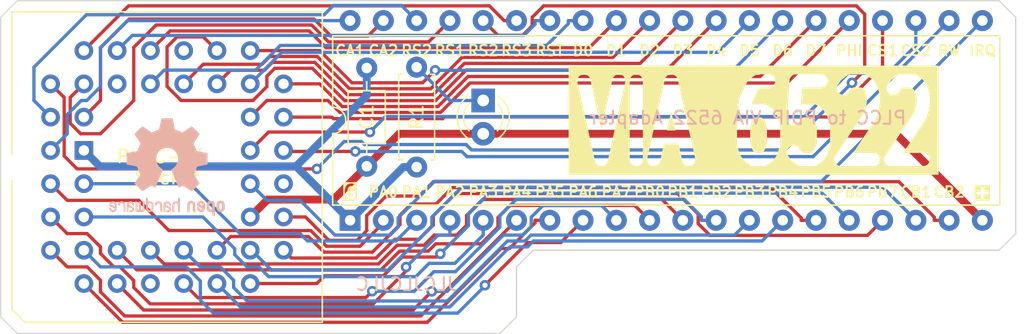
<source format=kicad_pcb>
(kicad_pcb (version 20240108) (generator "pcbnew") (generator_version "8.0")
  (title_block (title "VIA PLCC2DIP") (date "2023-09-17") (rev "1.0") (company "lostwave") (comment 1 "https://github.com/demik/oldworld"))
  (layers (0 "F.Cu" signal) (31 "B.Cu" signal) (34 "B.Paste" user) (35 "F.Paste" user) (36 "B.SilkS" user "B.Silkscreen") (37 "F.SilkS" user "F.Silkscreen") (38 "B.Mask" user) (39 "F.Mask" user) (44 "Edge.Cuts" user))
  (net 0 "")
  (net 1 "GND")
  (net 2 "/PA0")
  (net 3 "/PA1")
  (net 4 "/PA2")
  (net 5 "/PA3")
  (net 6 "/PA4")
  (net 7 "/PA5")
  (net 8 "/PA6")
  (net 9 "/PA7")
  (net 10 "/PB0")
  (net 11 "/PB1")
  (net 12 "/PB2")
  (net 13 "/PB3")
  (net 14 "/PB4")
  (net 15 "/PB5")
  (net 16 "/PB6")
  (net 17 "/PB7")
  (net 18 "/CB1")
  (net 19 "/CB2")
  (net 20 "VCC")
  (net 21 "/~{IRQ}")
  (net 22 "/RW")
  (net 23 "/~{CS2}")
  (net 24 "/CS1")
  (net 25 "/PHI2")
  (net 26 "/D7")
  (net 27 "/D6")
  (net 28 "/D5")
  (net 29 "/D4")
  (net 30 "/D3")
  (net 31 "/D2")
  (net 32 "/D1")
  (net 33 "/D0")
  (net 34 "/~{RESET}")
  (net 35 "/RS3")
  (net 36 "/RS2")
  (net 37 "/RS1")
  (net 38 "/RS0")
  (net 39 "/CA2")
  (net 40 "/CA1")
  (net 45 "Net-(D1-K)")
  (footprint "LED_THT:LED_D3.0mm" (layer "F.Cu") (at 90.17 76.2 -90)
    (property "Reference" "D1" (hide yes))
    (property "Value" "LED")
    (pad "1" thru_hole rect (at 0 0 270) (size 1.8 1.8) (drill 0.9) (layers "*.Cu" "*.Mask") (net 45 "Net-(D1-K)"))
    (pad "2" thru_hole circle (at 2.54 0 270) (size 1.8 1.8) (drill 0.9) (layers "*.Cu" "*.Mask") (net 20 "VCC"))
  )
  (footprint "Capacitor_THT:C_Axial_L3.8mm_D2.6mm_P7.50mm_Horizontal" (layer "F.Cu") (at 81.28 81.22 90)
    (property "Reference" "C1" (at 3.75 0 90) (layer "F.SilkS"))
    (property "Value" "C")
    (pad "1" thru_hole circle (at 0 0 90) (size 1.6 1.6) (drill 0.8) (layers "*.Cu" "*.Mask") (net 20 "VCC"))
    (pad "2" thru_hole oval (at 7.5 0 90) (size 1.6 1.6) (drill 0.8) (layers "*.Cu" "*.Mask") (net 1 "GND"))
  )
  (footprint "Package_LCC:PLCC-44_THT-Socket" (layer "F.Cu") (at 59.69 80.01 90)
    (property "Reference" "U2" (hide yes))
    (property "Value" "WD65C22")
    (pad "1" thru_hole rect (at 0 0 90) (size 1.4224 1.4224) (drill 0.8) (layers "*.Cu" "*.Mask") (net 1 "GND"))
    (pad "2" thru_hole circle (at -2.54 -2.54 90) (size 1.4224 1.4224) (drill 0.8) (layers "*.Cu" "*.Mask") (net 2 "/PA0"))
    (pad "3" thru_hole circle (at -2.54 0 90) (size 1.4224 1.4224) (drill 0.8) (layers "*.Cu" "*.Mask") (net 3 "/PA1"))
    (pad "4" thru_hole circle (at -5.08 -2.54 90) (size 1.4224 1.4224) (drill 0.8) (layers "*.Cu" "*.Mask") (net 4 "/PA2"))
    (pad "5" thru_hole circle (at -5.08 0 90) (size 1.4224 1.4224) (drill 0.8) (layers "*.Cu" "*.Mask") (net 5 "/PA3"))
    (pad "6" thru_hole circle (at -7.62 -2.54 90) (size 1.4224 1.4224) (drill 0.8) (layers "*.Cu" "*.Mask") (net 6 "/PA4"))
    (pad "7" thru_hole circle (at -10.16 0 90) (size 1.4224 1.4224) (drill 0.8) (layers "*.Cu" "*.Mask") (net 7 "/PA5"))
    (pad "8" thru_hole circle (at -7.62 0 90) (size 1.4224 1.4224) (drill 0.8) (layers "*.Cu" "*.Mask") (net 8 "/PA6"))
    (pad "9" thru_hole circle (at -10.16 2.54 90) (size 1.4224 1.4224) (drill 0.8) (layers "*.Cu" "*.Mask") (net 9 "/PA7"))
    (pad "10" thru_hole circle (at -7.62 2.54 90) (size 1.4224 1.4224) (drill 0.8) (layers "*.Cu" "*.Mask") (net 10 "/PB0"))
    (pad "11" thru_hole circle (at -10.16 5.08 90) (size 1.4224 1.4224) (drill 0.8) (layers "*.Cu" "*.Mask"))
    (pad "12" thru_hole circle (at -7.62 5.08 90) (size 1.4224 1.4224) (drill 0.8) (layers "*.Cu" "*.Mask") (net 11 "/PB1"))
    (pad "13" thru_hole circle (at -10.16 7.62 90) (size 1.4224 1.4224) (drill 0.8) (layers "*.Cu" "*.Mask") (net 12 "/PB2"))
    (pad "14" thru_hole circle (at -7.62 7.62 90) (size 1.4224 1.4224) (drill 0.8) (layers "*.Cu" "*.Mask") (net 13 "/PB3"))
    (pad "15" thru_hole circle (at -10.16 10.16 90) (size 1.4224 1.4224) (drill 0.8) (layers "*.Cu" "*.Mask") (net 14 "/PB4"))
    (pad "16" thru_hole circle (at -7.62 10.16 90) (size 1.4224 1.4224) (drill 0.8) (layers "*.Cu" "*.Mask") (net 15 "/PB5"))
    (pad "17" thru_hole circle (at -10.16 12.7 90) (size 1.4224 1.4224) (drill 0.8) (layers "*.Cu" "*.Mask") (net 16 "/PB6"))
    (pad "18" thru_hole circle (at -7.62 15.24 90) (size 1.4224 1.4224) (drill 0.8) (layers "*.Cu" "*.Mask") (net 17 "/PB7"))
    (pad "19" thru_hole circle (at -7.62 12.7 90) (size 1.4224 1.4224) (drill 0.8) (layers "*.Cu" "*.Mask") (net 18 "/CB1"))
    (pad "20" thru_hole circle (at -5.08 15.24 90) (size 1.4224 1.4224) (drill 0.8) (layers "*.Cu" "*.Mask") (net 19 "/CB2"))
    (pad "21" thru_hole circle (at -5.08 12.7 90) (size 1.4224 1.4224) (drill 0.8) (layers "*.Cu" "*.Mask") (net 20 "VCC"))
    (pad "22" thru_hole circle (at -2.54 15.24 90) (size 1.4224 1.4224) (drill 0.8) (layers "*.Cu" "*.Mask"))
    (pad "23" thru_hole circle (at -2.54 12.7 90) (size 1.4224 1.4224) (drill 0.8) (layers "*.Cu" "*.Mask") (net 21 "/~{IRQ}"))
    (pad "24" thru_hole circle (at 0 15.24 90) (size 1.4224 1.4224) (drill 0.8) (layers "*.Cu" "*.Mask") (net 22 "/RW"))
    (pad "25" thru_hole circle (at 0 12.7 90) (size 1.4224 1.4224) (drill 0.8) (layers "*.Cu" "*.Mask") (net 23 "/~{CS2}"))
    (pad "26" thru_hole circle (at 2.54 15.24 90) (size 1.4224 1.4224) (drill 0.8) (layers "*.Cu" "*.Mask") (net 24 "/CS1"))
    (pad "27" thru_hole circle (at 2.54 12.7 90) (size 1.4224 1.4224) (drill 0.8) (layers "*.Cu" "*.Mask") (net 25 "/PHI2"))
    (pad "28" thru_hole circle (at 5.08 15.24 90) (size 1.4224 1.4224) (drill 0.8) (layers "*.Cu" "*.Mask") (net 26 "/D7"))
    (pad "29" thru_hole circle (at 7.62 12.7 90) (size 1.4224 1.4224) (drill 0.8) (layers "*.Cu" "*.Mask") (net 27 "/D6"))
    (pad "30" thru_hole circle (at 5.08 12.7 90) (size 1.4224 1.4224) (drill 0.8) (layers "*.Cu" "*.Mask") (net 28 "/D5"))
    (pad "31" thru_hole circle (at 7.62 10.16 90) (size 1.4224 1.4224) (drill 0.8) (layers "*.Cu" "*.Mask") (net 29 "/D4"))
    (pad "32" thru_hole circle (at 5.08 10.16 90) (size 1.4224 1.4224) (drill 0.8) (layers "*.Cu" "*.Mask") (net 30 "/D3"))
    (pad "33" thru_hole circle (at 7.62 7.62 90) (size 1.4224 1.4224) (drill 0.8) (layers "*.Cu" "*.Mask"))
    (pad "34" thru_hole circle (at 5.08 7.62 90) (size 1.4224 1.4224) (drill 0.8) (layers "*.Cu" "*.Mask") (net 31 "/D2"))
    (pad "35" thru_hole circle (at 7.62 5.08 90) (size 1.4224 1.4224) (drill 0.8) (layers "*.Cu" "*.Mask") (net 32 "/D1"))
    (pad "36" thru_hole circle (at 5.08 5.08 90) (size 1.4224 1.4224) (drill 0.8) (layers "*.Cu" "*.Mask") (net 33 "/D0"))
    (pad "37" thru_hole circle (at 7.62 2.54 90) (size 1.4224 1.4224) (drill 0.8) (layers "*.Cu" "*.Mask") (net 34 "/~{RESET}"))
    (pad "38" thru_hole circle (at 5.08 2.54 90) (size 1.4224 1.4224) (drill 0.8) (layers "*.Cu" "*.Mask"))
    (pad "39" thru_hole circle (at 7.62 0 90) (size 1.4224 1.4224) (drill 0.8) (layers "*.Cu" "*.Mask") (net 35 "/RS3"))
    (pad "40" thru_hole circle (at 5.08 -2.54 90) (size 1.4224 1.4224) (drill 0.8) (layers "*.Cu" "*.Mask") (net 36 "/RS2"))
    (pad "41" thru_hole circle (at 5.08 0 90) (size 1.4224 1.4224) (drill 0.8) (layers "*.Cu" "*.Mask") (net 37 "/RS1"))
    (pad "42" thru_hole circle (at 2.54 -2.54 90) (size 1.4224 1.4224) (drill 0.8) (layers "*.Cu" "*.Mask") (net 38 "/RS0"))
    (pad "43" thru_hole circle (at 2.54 0 90) (size 1.4224 1.4224) (drill 0.8) (layers "*.Cu" "*.Mask") (net 39 "/CA2"))
    (pad "44" thru_hole circle (at 0 -2.54 90) (size 1.4224 1.4224) (drill 0.8) (layers "*.Cu" "*.Mask") (net 40 "/CA1"))
  )
  (footprint "Package_DIP:DIP-40_W15.24mm" (layer "F.Cu") (at 80.01 85.344 90)
    (property "Reference" "U1" (hide yes))
    (property "Value" "WD65C22")
    (pad "1" thru_hole rect (at 0 0 90) (size 1.6 1.6) (drill 0.8) (layers "*.Cu" "*.Mask") (net 1 "GND"))
    (pad "2" thru_hole oval (at 0 2.54 90) (size 1.6 1.6) (drill 0.8) (layers "*.Cu" "*.Mask") (net 2 "/PA0"))
    (pad "3" thru_hole oval (at 0 5.08 90) (size 1.6 1.6) (drill 0.8) (layers "*.Cu" "*.Mask") (net 3 "/PA1"))
    (pad "4" thru_hole oval (at 0 7.62 90) (size 1.6 1.6) (drill 0.8) (layers "*.Cu" "*.Mask") (net 4 "/PA2"))
    (pad "5" thru_hole oval (at 0 10.16 90) (size 1.6 1.6) (drill 0.8) (layers "*.Cu" "*.Mask") (net 5 "/PA3"))
    (pad "6" thru_hole oval (at 0 12.7 90) (size 1.6 1.6) (drill 0.8) (layers "*.Cu" "*.Mask") (net 6 "/PA4"))
    (pad "7" thru_hole oval (at 0 15.24 90) (size 1.6 1.6) (drill 0.8) (layers "*.Cu" "*.Mask") (net 7 "/PA5"))
    (pad "8" thru_hole oval (at 0 17.78 90) (size 1.6 1.6) (drill 0.8) (layers "*.Cu" "*.Mask") (net 8 "/PA6"))
    (pad "9" thru_hole oval (at 0 20.32 90) (size 1.6 1.6) (drill 0.8) (layers "*.Cu" "*.Mask") (net 9 "/PA7"))
    (pad "10" thru_hole oval (at 0 22.86 90) (size 1.6 1.6) (drill 0.8) (layers "*.Cu" "*.Mask") (net 10 "/PB0"))
    (pad "11" thru_hole oval (at 0 25.4 90) (size 1.6 1.6) (drill 0.8) (layers "*.Cu" "*.Mask") (net 11 "/PB1"))
    (pad "12" thru_hole oval (at 0 27.94 90) (size 1.6 1.6) (drill 0.8) (layers "*.Cu" "*.Mask") (net 12 "/PB2"))
    (pad "13" thru_hole oval (at 0 30.48 90) (size 1.6 1.6) (drill 0.8) (layers "*.Cu" "*.Mask") (net 13 "/PB3"))
    (pad "14" thru_hole oval (at 0 33.02 90) (size 1.6 1.6) (drill 0.8) (layers "*.Cu" "*.Mask") (net 14 "/PB4"))
    (pad "15" thru_hole oval (at 0 35.56 90) (size 1.6 1.6) (drill 0.8) (layers "*.Cu" "*.Mask") (net 15 "/PB5"))
    (pad "16" thru_hole oval (at 0 38.1 90) (size 1.6 1.6) (drill 0.8) (layers "*.Cu" "*.Mask") (net 16 "/PB6"))
    (pad "17" thru_hole oval (at 0 40.64 90) (size 1.6 1.6) (drill 0.8) (layers "*.Cu" "*.Mask") (net 17 "/PB7"))
    (pad "18" thru_hole oval (at 0 43.18 90) (size 1.6 1.6) (drill 0.8) (layers "*.Cu" "*.Mask") (net 18 "/CB1"))
    (pad "19" thru_hole oval (at 0 45.72 90) (size 1.6 1.6) (drill 0.8) (layers "*.Cu" "*.Mask") (net 19 "/CB2"))
    (pad "20" thru_hole oval (at 0 48.26 90) (size 1.6 1.6) (drill 0.8) (layers "*.Cu" "*.Mask") (net 20 "VCC"))
    (pad "21" thru_hole oval (at 15.24 48.26 90) (size 1.6 1.6) (drill 0.8) (layers "*.Cu" "*.Mask") (net 21 "/~{IRQ}"))
    (pad "22" thru_hole oval (at 15.24 45.72 90) (size 1.6 1.6) (drill 0.8) (layers "*.Cu" "*.Mask") (net 22 "/RW"))
    (pad "23" thru_hole oval (at 15.24 43.18 90) (size 1.6 1.6) (drill 0.8) (layers "*.Cu" "*.Mask") (net 23 "/~{CS2}"))
    (pad "24" thru_hole oval (at 15.24 40.64 90) (size 1.6 1.6) (drill 0.8) (layers "*.Cu" "*.Mask") (net 24 "/CS1"))
    (pad "25" thru_hole oval (at 15.24 38.1 90) (size 1.6 1.6) (drill 0.8) (layers "*.Cu" "*.Mask") (net 25 "/PHI2"))
    (pad "26" thru_hole oval (at 15.24 35.56 90) (size 1.6 1.6) (drill 0.8) (layers "*.Cu" "*.Mask") (net 26 "/D7"))
    (pad "27" thru_hole oval (at 15.24 33.02 90) (size 1.6 1.6) (drill 0.8) (layers "*.Cu" "*.Mask") (net 27 "/D6"))
    (pad "28" thru_hole oval (at 15.24 30.48 90) (size 1.6 1.6) (drill 0.8) (layers "*.Cu" "*.Mask") (net 28 "/D5"))
    (pad "29" thru_hole oval (at 15.24 27.94 90) (size 1.6 1.6) (drill 0.8) (layers "*.Cu" "*.Mask") (net 29 "/D4"))
    (pad "30" thru_hole oval (at 15.24 25.4 90) (size 1.6 1.6) (drill 0.8) (layers "*.Cu" "*.Mask") (net 30 "/D3"))
    (pad "31" thru_hole oval (at 15.24 22.86 90) (size 1.6 1.6) (drill 0.8) (layers "*.Cu" "*.Mask") (net 31 "/D2"))
    (pad "32" thru_hole oval (at 15.24 20.32 90) (size 1.6 1.6) (drill 0.8) (layers "*.Cu" "*.Mask") (net 32 "/D1"))
    (pad "33" thru_hole oval (at 15.24 17.78 90) (size 1.6 1.6) (drill 0.8) (layers "*.Cu" "*.Mask") (net 33 "/D0"))
    (pad "34" thru_hole oval (at 15.24 15.24 90) (size 1.6 1.6) (drill 0.8) (layers "*.Cu" "*.Mask") (net 34 "/~{RESET}"))
    (pad "35" thru_hole oval (at 15.24 12.7 90) (size 1.6 1.6) (drill 0.8) (layers "*.Cu" "*.Mask") (net 35 "/RS3"))
    (pad "36" thru_hole oval (at 15.24 10.16 90) (size 1.6 1.6) (drill 0.8) (layers "*.Cu" "*.Mask") (net 36 "/RS2"))
    (pad "37" thru_hole oval (at 15.24 7.62 90) (size 1.6 1.6) (drill 0.8) (layers "*.Cu" "*.Mask") (net 37 "/RS1"))
    (pad "38" thru_hole oval (at 15.24 5.08 90) (size 1.6 1.6) (drill 0.8) (layers "*.Cu" "*.Mask") (net 38 "/RS0"))
    (pad "39" thru_hole oval (at 15.24 2.54 90) (size 1.6 1.6) (drill 0.8) (layers "*.Cu" "*.Mask") (net 39 "/CA2"))
    (pad "40" thru_hole oval (at 15.24 0 90) (size 1.6 1.6) (drill 0.8) (layers "*.Cu" "*.Mask") (net 40 "/CA1"))
  )
  (footprint "Resistor_THT:R_Axial_DIN0207_L6.3mm_D2.5mm_P7.62mm_Horizontal" (layer "F.Cu") (at 85.09 73.66 -90)
    (property "Reference" "R1" (at 3.81 0 90) (layer "F.SilkS"))
    (property "Value" "330")
    (pad "1" thru_hole circle (at 0 0 270) (size 1.6 1.6) (drill 0.8) (layers "*.Cu" "*.Mask") (net 45 "Net-(D1-K)"))
    (pad "2" thru_hole oval (at 7.62 0 270) (size 1.6 1.6) (drill 0.8) (layers "*.Cu" "*.Mask") (net 1 "GND"))
  )
  (footprint "Symbol:OSHW-Logo2_9.8x8mm_SilkScreen" (layer "B.Cu") (at 66.04 81.28 180)
    (property "Reference" "REF**" (hide yes))
    (property "Value" "OSHW-Logo2_9.8x8mm_SilkScreen" (hide yes))
  )
  (gr_line (start 53.34 69.85) (end 53.34 92.71) (stroke (width 0.1)) (layer "Edge.Cuts"))
  (gr_line (start 54.61 68.58) (end 53.34 69.85) (stroke (width 0.1)) (layer "Edge.Cuts"))
  (gr_line (start 129.54 87.63) (end 130.81 86.36) (stroke (width 0.1)) (layer "Edge.Cuts"))
  (gr_line (start 130.81 69.85) (end 129.54 68.58) (stroke (width 0.1)) (layer "Edge.Cuts"))
  (gr_line (start 53.34 92.71) (end 54.61 93.98) (stroke (width 0.1)) (layer "Edge.Cuts"))
  (gr_line (start 91.44 93.98) (end 90.17 93.98) (stroke (width 0.1)) (layer "Edge.Cuts"))
  (gr_line (start 93.98 87.63) (end 92.71 88.9) (stroke (width 0.1)) (layer "Edge.Cuts"))
  (gr_line (start 92.71 92.71) (end 91.44 93.98) (stroke (width 0.1)) (layer "Edge.Cuts"))
  (gr_line (start 129.54 68.58) (end 54.61 68.58) (stroke (width 0.1)) (layer "Edge.Cuts"))
  (gr_line (start 92.71 88.9) (end 92.71 92.71) (stroke (width 0.1)) (layer "Edge.Cuts"))
  (gr_line (start 129.54 87.63) (end 93.98 87.63) (stroke (width 0.1)) (layer "Edge.Cuts"))
  (gr_line (start 130.81 86.36) (end 130.81 69.85) (stroke (width 0.1)) (layer "Edge.Cuts"))
  (gr_line (start 54.61 93.98) (end 90.17 93.98) (stroke (width 0.1)) (layer "Edge.Cuts"))
  (gr_text "JLCJLCJLC" (at 88.265 90.805 0) (layer "B.SilkS") (effects (font (size 1 1)) (justify left bottom mirror)))
  (gr_text "PLCC to PDIP VIA 6522 Adapter" (at 122.555 78.105 0) (layer "B.SilkS") (effects (font (size 1 1)) (justify left bottom mirror)))
  (gr_text "CB2" (at 125.73 83.185 0) (layer "F.SilkS") (effects (font (size 0.8 0.8) (thickness 0.153))))
  (gr_text "D3" (at 105.41 72.39 0) (layer "F.SilkS") (effects (font (size 0.8 0.8) (thickness 0.153))))
  (gr_text "PB4" (at 113.03 83.185 0) (layer "F.SilkS") (effects (font (size 0.8 0.8) (thickness 0.153))))
  (gr_text "PHI" (at 118.11 72.39 0) (layer "F.SilkS") (effects (font (size 0.8 0.8) (thickness 0.153))))
  (gr_text "PA5" (at 95.25 83.185 0) (layer "F.SilkS") (effects (font (size 0.8 0.8) (thickness 0.153))))
  (gr_text "PB7" (at 120.65 83.185 0) (layer "F.SilkS") (effects (font (size 0.8 0.8) (thickness 0.153))))
  (gr_text "RW" (at 125.73 72.39 0) (layer "F.SilkS") (effects (font (size 0.8 0.8) (thickness 0.153))))
  (gr_text "PA4" (at 92.71 83.185 0) (layer "F.SilkS") (effects (font (size 0.8 0.8) (thickness 0.153))))
  (gr_text "PLCC-44 \nSocket" (at 66.04 81.28 0) (layer "F.SilkS") (effects (font (size 1 1))))
  (gr_text "PA1" (at 85.09 83.185 0) (layer "F.SilkS") (effects (font (size 0.8 0.8) (thickness 0.153))))
  (gr_text "G" (at 80.01 83.185 0) (layer "F.SilkS" knockout) (effects (font (size 1 1) (thickness 0.2) (bold yes))))
  (gr_text "PA6" (at 97.79 83.185 0) (layer "F.SilkS") (effects (font (size 0.8 0.8) (thickness 0.153))))
  (gr_text "PA2" (at 87.63 83.185 0) (layer "F.SilkS") (effects (font (size 0.8 0.8) (thickness 0.153))))
  (gr_text "D1" (at 100.33 72.39 0) (layer "F.SilkS") (effects (font (size 0.8 0.8) (thickness 0.153))))
  (gr_text "PA7" (at 100.33 83.185 0) (layer "F.SilkS") (effects (font (size 0.8 0.8) (thickness 0.153))))
  (gr_text "CS1" (at 120.65 72.39 0) (layer "F.SilkS") (effects (font (size 0.8 0.8) (thickness 0.153))))
  (gr_text "PB2" (at 107.95 83.185 0) (layer "F.SilkS") (effects (font (size 0.8 0.8) (thickness 0.153))))
  (gr_text "CA2" (at 82.55 72.39 0) (layer "F.SilkS") (effects (font (size 0.8 0.8) (thickness 0.153))))
  (gr_text "PA0" (at 82.55 83.185 0) (layer "F.SilkS") (effects (font (size 0.8 0.8) (thickness 0.153))))
  (gr_text "PB6" (at 118.11 83.185 0) (layer "F.SilkS") (effects (font (size 0.8 0.8) (thickness 0.153))))
  (gr_text "RS3" (at 92.71 72.39 0) (layer "F.SilkS") (effects (font (size 0.8 0.8) (thickness 0.153))))
  (gr_text "VIA 6522" (at 110.998 77.978 0) (layer "F.SilkS" knockout) (effects (font (size 6 4) (thickness 1) (bold yes))))
  (gr_text "IRQ" (at 128.27 72.39 0) (layer "F.SilkS") (effects (font (size 0.8 0.8) (thickness 0.153))))
  (gr_text "D7" (at 115.57 72.39 0) (layer "F.SilkS") (effects (font (size 0.8 0.8) (thickness 0.153))))
  (gr_text "PA3" (at 90.17 83.185 0) (layer "F.SilkS") (effects (font (size 0.8 0.8) (thickness 0.153))))
  (gr_text "D6" (at 113.03 72.39 0) (layer "F.SilkS") (effects (font (size 0.8 0.8) (thickness 0.153))))
  (gr_text "PB3" (at 110.49 83.185 0) (layer "F.SilkS") (effects (font (size 0.8 0.8) (thickness 0.153))))
  (gr_text "CS2" (at 123.19 72.39 0) (layer "F.SilkS") (effects (font (size 0.8 0.8) (thickness 0.153))))
  (gr_text "CB1" (at 123.19 83.185 0) (layer "F.SilkS") (effects (font (size 0.8 0.8) (thickness 0.153))))
  (gr_text "PB0" (at 102.87 83.185 0) (layer "F.SilkS") (effects (font (size 0.8 0.8) (thickness 0.153))))
  (gr_text "PB5" (at 115.57 83.185 0) (layer "F.SilkS") (effects (font (size 0.8 0.8) (thickness 0.153))))
  (gr_text "D2" (at 102.87 72.39 0) (layer "F.SilkS") (effects (font (size 0.8 0.8) (thickness 0.153))))
  (gr_text "CA1" (at 80.01 72.39 0) (layer "F.SilkS") (effects (font (size 0.8 0.8) (thickness 0.153))))
  (gr_text "+" (at 128.27 83.185 0) (layer "F.SilkS" knockout) (effects (font (size 1 1) (thickness 0.2) (bold yes))))
  (gr_text "RST" (at 95.25 72.39 0) (layer "F.SilkS") (effects (font (size 0.8 0.8) (thickness 0.153))))
  (gr_text "D4" (at 107.95 72.39 0) (layer "F.SilkS") (effects (font (size 0.8 0.8) (thickness 0.153))))
  (gr_text "RS2" (at 90.17 72.39 0) (layer "F.SilkS") (effects (font (size 0.8 0.8) (thickness 0.153))))
  (gr_text "RS1" (at 87.63 72.39 0) (layer "F.SilkS") (effects (font (size 0.8 0.8) (thickness 0.153))))
  (gr_text "RS2" (at 85.09 72.39 0) (layer "F.SilkS") (effects (font (size 0.8 0.8) (thickness 0.153))))
  (gr_text "D0" (at 97.79 72.39 0) (layer "F.SilkS") (effects (font (size 0.8 0.8) (thickness 0.153))))
  (gr_text "D5" (at 110.49 72.39 0) (layer "F.SilkS") (effects (font (size 0.8 0.8) (thickness 0.153))))
  (gr_text "PB1" (at 105.41 83.185 0) (layer "F.SilkS") (effects (font (size 0.8 0.8) (thickness 0.153))))
  (segment (start 79.98 85.314) (end 75.8872 81.2212) (width 0.6) (layer "B.Cu") (net 1))
  (segment (start 80.01 85.344) (end 84.074 81.28) (width 0.6) (layer "B.Cu") (net 1))
  (segment (start 60.9012 81.2212) (end 59.69 80.01) (width 0.6) (layer "B.Cu") (net 1))
  (segment (start 75.8872 81.2212) (end 60.9012 81.2212) (width 0.6) (layer "B.Cu") (net 1))
  (segment (start 84.074 81.28) (end 85.09 81.28) (width 0.6) (layer "B.Cu") (net 1))
  (segment (start 81.28 75.8284) (end 75.8872 81.2212) (width 0.6) (layer "B.Cu") (net 1))
  (segment (start 81.28 73.72) (end 81.28 75.8284) (width 0.6) (layer "B.Cu") (net 1))
  (segment (start 63.8771 83.82) (end 66.1852 86.1281) (width 0.25) (layer "F.Cu") (net 2))
  (segment (start 57.15 82.55) (end 58.42 83.82) (width 0.25) (layer "F.Cu") (net 2))
  (segment (start 58.42 83.82) (end 63.8771 83.82) (width 0.25) (layer "F.Cu") (net 2))
  (segment (start 66.1852 86.1281) (end 77.009096 86.1281) (width 0.25) (layer "F.Cu") (net 2))
  (segment (start 77.009096 86.1281) (end 78.204996 87.324) (width 0.25) (layer "F.Cu") (net 2))
  (segment (start 80.7683 87.324) (end 82.55 85.5423) (width 0.25) (layer "F.Cu") (net 2))
  (segment (start 78.204996 87.324) (end 80.7683 87.324) (width 0.25) (layer "F.Cu") (net 2))
  (segment (start 85.09 85.344) (end 83.5131 86.9209) (width 0.25) (layer "B.Cu") (net 3))
  (segment (start 67.8011 82.55) (end 59.69 82.55) (width 0.25) (layer "B.Cu") (net 3))
  (segment (start 83.5131 86.9209) (end 76.7609 86.9209) (width 0.25) (layer "B.Cu") (net 3))
  (segment (start 76.7609 86.9209) (end 76.2 86.36) (width 0.25) (layer "B.Cu") (net 3))
  (segment (start 71.6111 86.36) (end 67.8011 82.55) (width 0.25) (layer "B.Cu") (net 3))
  (segment (start 76.2 86.36) (end 71.6111 86.36) (width 0.25) (layer "B.Cu") (net 3))
  (segment (start 60.96 87.8804) (end 61.9796 88.9) (width 0.25) (layer "F.Cu") (net 4))
  (segment (start 63.5 89.9487) (end 63.5 90.4752) (width 0.25) (layer "F.Cu") (net 4))
  (segment (start 81.7739 91.7229) (end 84.283 89.2138) (width 0.25) (layer "F.Cu") (net 4))
  (segment (start 62.4513 88.9) (end 63.5 89.9487) (width 0.25) (layer "F.Cu") (net 4))
  (segment (start 84.283 89.2138) (end 84.283 88.9141) (width 0.25) (layer "F.Cu") (net 4))
  (segment (start 59.9404 86.36) (end 60.96 87.3796) (width 0.25) (layer "F.Cu") (net 4))
  (segment (start 60.96 87.3796) (end 60.96 87.8804) (width 0.25) (layer "F.Cu") (net 4))
  (segment (start 57.15 85.09) (end 58.42 86.36) (width 0.25) (layer "F.Cu") (net 4))
  (segment (start 63.5 90.4752) (end 64.7477 91.7229) (width 0.25) (layer "F.Cu") (net 4))
  (segment (start 64.7477 91.7229) (end 81.7739 91.7229) (width 0.25) (layer "F.Cu") (net 4))
  (segment (start 61.9796 88.9) (end 62.4513 88.9) (width 0.25) (layer "F.Cu") (net 4))
  (segment (start 58.42 86.36) (end 59.9404 86.36) (width 0.25) (layer "F.Cu") (net 4))
  (via (at 84.283 88.9141) (size 0.8) (drill 0.4) (layers "F.Cu" "B.Cu") (net 4))
  (segment (start 86.7262 86.4709) (end 84.283 88.9141) (width 0.25) (layer "B.Cu") (net 4))
  (segment (start 87.63 86.4709) (end 86.7262 86.4709) (width 0.25) (layer "B.Cu") (net 4))
  (segment (start 87.63 85.344) (end 87.63 86.4709) (width 0.25) (layer "B.Cu") (net 4))
  (segment (start 71.2076 87.5195) (end 68.7781 85.09) (width 0.25) (layer "B.Cu") (net 5))
  (segment (start 73.7978 89.6453) (end 73.0525 88.9) (width 0.25) (layer "B.Cu") (net 5))
  (segment (start 73.0525 88.9) (end 72.1396 88.9) (width 0.25) (layer "B.Cu") (net 5))
  (segment (start 90.17 85.344) (end 90.17 86.4709) (width 0.25) (layer "B.Cu") (net 5))
  (segment (start 90.17 86.4709) (end 88.012 88.6289) (width 0.25) (layer "B.Cu") (net 5))
  (segment (start 85.0231 89.6453) (end 73.7978 89.6453) (width 0.25) (layer "B.Cu") (net 5))
  (segment (start 86.0395 88.6289) (end 85.0231 89.6453) (width 0.25) (layer "B.Cu") (net 5))
  (segment (start 68.7781 85.09) (end 59.69 85.09) (width 0.25) (layer "B.Cu") (net 5))
  (segment (start 88.012 88.6289) (end 86.0395 88.6289) (width 0.25) (layer "B.Cu") (net 5))
  (segment (start 71.2076 87.968) (end 71.2076 87.5195) (width 0.25) (layer "B.Cu") (net 5))
  (segment (start 72.1396 88.9) (end 71.2076 87.968) (width 0.25) (layer "B.Cu") (net 5))
  (segment (start 92.71 85.344) (end 85.4066 92.6474) (width 0.25) (layer "F.Cu") (net 6))
  (segment (start 85.4066 92.6474) (end 62.803796 92.6474) (width 0.25) (layer "F.Cu") (net 6))
  (segment (start 62.803796 92.6474) (end 60.96 90.803604) (width 0.25) (layer "F.Cu") (net 6))
  (segment (start 60.96 89.9196) (end 59.9404 88.9) (width 0.25) (layer "F.Cu") (net 6))
  (segment (start 58.42 88.9) (end 57.15 87.63) (width 0.25) (layer "F.Cu") (net 6))
  (segment (start 59.9404 88.9) (end 58.42 88.9) (width 0.25) (layer "F.Cu") (net 6))
  (segment (start 60.96 90.803604) (end 60.96 89.9196) (width 0.25) (layer "F.Cu") (net 6))
  (segment (start 62.6481 93.1281) (end 59.69 90.17) (width 0.25) (layer "F.Cu") (net 7))
  (segment (start 94.1231 85.5506) (end 92.1754 87.4983) (width 0.25) (layer "F.Cu") (net 7))
  (segment (start 92.1754 87.4983) (end 91.5364 87.4983) (width 0.25) (layer "F.Cu") (net 7))
  (segment (start 95.25 85.344) (end 94.1231 85.344) (width 0.25) (layer "F.Cu") (net 7))
  (segment (start 85.9066 93.1281) (end 62.6481 93.1281) (width 0.25) (layer "F.Cu") (net 7))
  (segment (start 94.1231 85.344) (end 94.1231 85.5506) (width 0.25) (layer "F.Cu") (net 7))
  (segment (start 91.5364 87.4983) (end 85.9066 93.1281) (width 0.25) (layer "F.Cu") (net 7))
  (segment (start 96.0927 87.0413) (end 97.79 85.344) (width 0.25) (layer "F.Cu") (net 8))
  (segment (start 93.563298 87.0413) (end 96.0927 87.0413) (width 0.25) (layer "F.Cu") (net 8))
  (segment (start 90.302299 90.302299) (end 93.563298 87.0413) (width 0.25) (layer "F.Cu") (net 8))
  (via (at 90.302299 90.302299) (size 0.8) (drill 0.4) (layers "F.Cu" "B.Cu") (net 8))
  (segment (start 67.505409 88.9) (end 60.96 88.9) (width 0.25) (layer "B.Cu") (net 8))
  (segment (start 68.58 91.44) (end 68.58 89.974591) (width 0.25) (layer "B.Cu") (net 8))
  (segment (start 69.5677 92.4277) (end 68.58 91.44) (width 0.25) (layer "B.Cu") (net 8))
  (segment (start 90.302299 90.351901) (end 88.2265 92.4277) (width 0.25) (layer "B.Cu") (net 8))
  (segment (start 60.96 88.9) (end 59.69 87.63) (width 0.25) (layer "B.Cu") (net 8))
  (segment (start 88.2265 92.4277) (end 69.5677 92.4277) (width 0.25) (layer "B.Cu") (net 8))
  (segment (start 68.58 89.974591) (end 67.505409 88.9) (width 0.25) (layer "B.Cu") (net 8))
  (segment (start 90.302299 90.302299) (end 90.302299 90.351901) (width 0.25) (layer "B.Cu") (net 8))
  (segment (start 84.8218 92.1929) (end 86.2437 90.771) (width 0.25) (layer "F.Cu") (net 9))
  (segment (start 64.2529 92.1929) (end 84.8218 92.1929) (width 0.25) (layer "F.Cu") (net 9))
  (segment (start 62.23 90.17) (end 64.2529 92.1929) (width 0.25) (layer "F.Cu") (net 9))
  (via (at 86.2437 90.771) (size 0.8) (drill 0.4) (layers "F.Cu" "B.Cu") (net 9))
  (segment (start 93.1768 86.4709) (end 91.7116 86.4709) (width 0.25) (layer "B.Cu") (net 9))
  (segment (start 87.4115 90.771) (end 86.2437 90.771) (width 0.25) (layer "B.Cu") (net 9))
  (segment (start 91.7116 86.4709) (end 87.4115 90.771) (width 0.25) (layer "B.Cu") (net 9))
  (segment (start 94.7303 84.217) (end 93.8369 85.1104) (width 0.25) (layer "B.Cu") (net 9))
  (segment (start 93.8369 85.8108) (end 93.1768 86.4709) (width 0.25) (layer "B.Cu") (net 9))
  (segment (start 93.8369 85.1104) (end 93.8369 85.8108) (width 0.25) (layer "B.Cu") (net 9))
  (segment (start 99.203 84.217) (end 94.7303 84.217) (width 0.25) (layer "B.Cu") (net 9))
  (segment (start 100.33 85.344) (end 99.203 84.217) (width 0.25) (layer "B.Cu") (net 9))
  (segment (start 101.7369 84.2109) (end 102.87 85.344) (width 0.25) (layer "F.Cu") (net 10))
  (segment (start 86.5417 87.1372) (end 90.0198 87.1372) (width 0.25) (layer "F.Cu") (net 10))
  (segment (start 91.2969 85.8601) (end 91.2969 85.1292) (width 0.25) (layer "F.Cu") (net 10))
  (segment (start 92.2152 84.2109) (end 101.7369 84.2109) (width 0.25) (layer "F.Cu") (net 10))
  (segment (start 85.9829 87.696) (end 86.5417 87.1372) (width 0.25) (layer "F.Cu") (net 10))
  (segment (start 91.2969 85.1292) (end 92.2152 84.2109) (width 0.25) (layer "F.Cu") (net 10))
  (segment (start 90.0198 87.1372) (end 91.2969 85.8601) (width 0.25) (layer "F.Cu") (net 10))
  (segment (start 83.7948 87.696) (end 85.9829 87.696) (width 0.25) (layer "F.Cu") (net 10))
  (segment (start 63.7259 89.1259) (end 82.3649 89.1259) (width 0.25) (layer "F.Cu") (net 10))
  (segment (start 62.23 87.63) (end 63.7259 89.1259) (width 0.25) (layer "F.Cu") (net 10))
  (segment (start 82.3649 89.1259) (end 83.7948 87.696) (width 0.25) (layer "F.Cu") (net 10))
  (segment (start 88.9 85.7228) (end 88.9 84.9762) (width 0.25) (layer "F.Cu") (net 11))
  (segment (start 85.6591 87.2441) (end 86.4323 86.4709) (width 0.25) (layer "F.Cu") (net 11))
  (segment (start 86.4323 86.4709) (end 88.1519 86.4709) (width 0.25) (layer "F.Cu") (net 11))
  (segment (start 103.8188 83.7528) (end 105.41 85.344) (width 0.25) (layer "F.Cu") (net 11))
  (segment (start 88.1519 86.4709) (end 88.9 85.7228) (width 0.25) (layer "F.Cu") (net 11))
  (segment (start 83.6076 87.2441) (end 85.6591 87.2441) (width 0.25) (layer "F.Cu") (net 11))
  (segment (start 82.1777 88.674) (end 83.6076 87.2441) (width 0.25) (layer "F.Cu") (net 11))
  (segment (start 64.77 87.63) (end 65.814 88.674) (width 0.25) (layer "F.Cu") (net 11))
  (segment (start 90.1234 83.7528) (end 103.8188 83.7528) (width 0.25) (layer "F.Cu") (net 11))
  (segment (start 65.814 88.674) (end 82.1777 88.674) (width 0.25) (layer "F.Cu") (net 11))
  (segment (start 88.9 84.9762) (end 90.1234 83.7528) (width 0.25) (layer "F.Cu") (net 11))
  (segment (start 81.219 91.2388) (end 81.7002 90.7576) (width 0.25) (layer "F.Cu") (net 12))
  (segment (start 67.31 90.17) (end 68.3788 91.2388) (width 0.25) (layer "F.Cu") (net 12))
  (segment (start 68.3788 91.2388) (end 81.219 91.2388) (width 0.25) (layer "F.Cu") (net 12))
  (via (at 81.7002 90.7576) (size 0.8) (drill 0.4) (layers "F.Cu" "B.Cu") (net 12))
  (segment (start 84.9122 90.7576) (end 81.7002 90.7576) (width 0.25) (layer "B.Cu") (net 12))
  (segment (start 105.5047 83.7439) (end 92.6953 83.7439) (width 0.25) (layer "B.Cu") (net 12))
  (segment (start 92.6953 83.7439) (end 91.44 84.9992) (width 0.25) (layer "B.Cu") (net 12))
  (segment (start 91.44 85.8759) (end 88.0478 89.2681) (width 0.25) (layer "B.Cu") (net 12))
  (segment (start 106.8231 85.0623) (end 105.5047 83.7439) (width 0.25) (layer "B.Cu") (net 12))
  (segment (start 106.8231 85.344) (end 106.8231 85.0623) (width 0.25) (layer "B.Cu") (net 12))
  (segment (start 86.4017 89.2681) (end 84.9122 90.7576) (width 0.25) (layer "B.Cu") (net 12))
  (segment (start 91.44 84.9992) (end 91.44 85.8759) (width 0.25) (layer "B.Cu") (net 12))
  (segment (start 88.0478 89.2681) (end 86.4017 89.2681) (width 0.25) (layer "B.Cu") (net 12))
  (segment (start 107.95 85.344) (end 106.8231 85.344) (width 0.25) (layer "B.Cu") (net 12))
  (segment (start 87.4364 91.5045) (end 72.1493 91.5045) (width 0.25) (layer "B.Cu") (net 13))
  (segment (start 93.364 86.9228) (end 92.0181 86.9228) (width 0.25) (layer "B.Cu") (net 13))
  (segment (start 70.1004 88.9) (end 68.58 88.9) (width 0.25) (layer "B.Cu") (net 13))
  (segment (start 110.49 85.344) (end 109.3631 86.4709) (width 0.25) (layer "B.Cu") (net 13))
  (segment (start 68.58 88.9) (end 67.31 87.63) (width 0.25) (layer "B.Cu") (net 13))
  (segment (start 93.8159 86.4709) (end 93.364 86.9228) (width 0.25) (layer "B.Cu") (net 13))
  (segment (start 71.12 89.9196) (end 70.1004 88.9) (width 0.25) (layer "B.Cu") (net 13))
  (segment (start 109.3631 86.4709) (end 93.8159 86.4709) (width 0.25) (layer "B.Cu") (net 13))
  (segment (start 71.12 90.4752) (end 71.12 89.9196) (width 0.25) (layer "B.Cu") (net 13))
  (segment (start 72.1493 91.5045) (end 71.12 90.4752) (width 0.25) (layer "B.Cu") (net 13))
  (segment (start 92.0181 86.9228) (end 87.4364 91.5045) (width 0.25) (layer "B.Cu") (net 13))
  (segment (start 94.0031 86.9228) (end 93.5512 87.3747) (width 0.25) (layer "B.Cu") (net 14))
  (segment (start 113.03 85.344) (end 111.4512 86.9228) (width 0.25) (layer "B.Cu") (net 14))
  (segment (start 111.4512 86.9228) (end 94.0031 86.9228) (width 0.25) (layer "B.Cu") (net 14))
  (segment (start 87.6221 91.9579) (end 71.6379 91.9579) (width 0.25) (layer "B.Cu") (net 14))
  (segment (start 93.5512 87.3747) (end 92.2053 87.3747) (width 0.25) (layer "B.Cu") (net 14))
  (segment (start 92.2053 87.3747) (end 87.6221 91.9579) (width 0.25) (layer "B.Cu") (net 14))
  (segment (start 71.6379 91.9579) (end 69.85 90.17) (width 0.25) (layer "B.Cu") (net 14))
  (segment (start 115.57 85.344) (end 114.4431 85.344) (width 0.25) (layer "F.Cu") (net 15))
  (segment (start 114.4431 85.1633) (end 112.1287 82.8489) (width 0.25) (layer "F.Cu") (net 15))
  (segment (start 86.5692 84.1022) (end 84.6679 84.1022) (width 0.25) (layer "F.Cu") (net 15))
  (segment (start 70.8999 86.5801) (end 69.85 87.63) (width 0.25) (layer "F.Cu") (net 15))
  (segment (start 81.7154 87.774) (end 78.0186 87.774) (width 0.25) (layer "F.Cu") (net 15))
  (segment (start 87.8225 82.8489) (end 86.5692 84.1022) (width 0.25) (layer "F.Cu") (net 15))
  (segment (start 112.1287 82.8489) (end 87.8225 82.8489) (width 0.25) (layer "F.Cu") (net 15))
  (segment (start 84.6679 84.1022) (end 83.82 84.9501) (width 0.25) (layer "F.Cu") (net 15))
  (segment (start 83.82 85.6694) (end 81.7154 87.774) (width 0.25) (layer "F.Cu") (net 15))
  (segment (start 83.82 84.9501) (end 83.82 85.6694) (width 0.25) (layer "F.Cu") (net 15))
  (segment (start 78.0186 87.774) (end 76.8247 86.5801) (width 0.25) (layer "F.Cu") (net 15))
  (segment (start 114.4431 85.344) (end 114.4431 85.1633) (width 0.25) (layer "F.Cu") (net 15))
  (segment (start 76.8247 86.5801) (end 70.8999 86.5801) (width 0.25) (layer "F.Cu") (net 15))
  (segment (start 77.47 90.17) (end 72.39 90.17) (width 0.25) (layer "F.Cu") (net 16))
  (segment (start 86.897 87.8996) (end 86.6486 88.148) (width 0.25) (layer "F.Cu") (net 16))
  (segment (start 82.554 89.5759) (end 78.0641 89.5759) (width 0.25) (layer "F.Cu") (net 16))
  (segment (start 83.9819 88.148) (end 82.554 89.5759) (width 0.25) (layer "F.Cu") (net 16))
  (segment (start 78.0641 89.5759) (end 77.47 90.17) (width 0.25) (layer "F.Cu") (net 16))
  (segment (start 86.6486 88.148) (end 83.9819 88.148) (width 0.25) (layer "F.Cu") (net 16))
  (via (at 86.897 87.8996) (size 0.8) (drill 0.4) (layers "F.Cu" "B.Cu") (net 16))
  (segment (start 116.0368 83.2708) (end 90.6417 83.2708) (width 0.25) (layer "B.Cu") (net 16))
  (segment (start 89.0431 85.7535) (end 86.897 87.8996) (width 0.25) (layer "B.Cu") (net 16))
  (segment (start 90.6417 83.2708) (end 89.0431 84.8694) (width 0.25) (layer "B.Cu") (net 16))
  (segment (start 89.0431 84.8694) (end 89.0431 85.7535) (width 0.25) (layer "B.Cu") (net 16))
  (segment (start 118.11 85.344) (end 116.0368 83.2708) (width 0.25) (layer "B.Cu") (net 16))
  (segment (start 81.9886 88.224) (end 83.4204 86.7922) (width 0.25) (layer "F.Cu") (net 17))
  (segment (start 75.524 88.224) (end 81.9886 88.224) (width 0.25) (layer "F.Cu") (net 17))
  (segment (start 105.0051 83.3008) (end 88.0641 83.3008) (width 0.25) (layer "F.Cu") (net 17))
  (segment (start 74.93 87.63) (end 75.524 88.224) (width 0.25) (layer "F.Cu") (net 17))
  (segment (start 88.0641 83.3008) (end 86.36 85.0049) (width 0.25) (layer "F.Cu") (net 17))
  (segment (start 106.5752 84.8709) (end 105.0051 83.3008) (width 0.25) (layer "F.Cu") (net 17))
  (segment (start 120.65 85.344) (end 119.4974 86.4966) (width 0.25) (layer "F.Cu") (net 17))
  (segment (start 86.36 85.0049) (end 86.36 85.704) (width 0.25) (layer "F.Cu") (net 17))
  (segment (start 106.5752 85.5947) (end 106.5752 84.8709) (width 0.25) (layer "F.Cu") (net 17))
  (segment (start 119.4974 86.4966) (end 107.4771 86.4966) (width 0.25) (layer "F.Cu") (net 17))
  (segment (start 85.2718 86.7922) (end 83.4204 86.7922) (width 0.25) (layer "F.Cu") (net 17))
  (segment (start 86.36 85.704) (end 85.2718 86.7922) (width 0.25) (layer "F.Cu") (net 17))
  (segment (start 107.4771 86.4966) (end 106.5752 85.5947) (width 0.25) (layer "F.Cu") (net 17))
  (segment (start 82.8927 89.149) (end 74.013 89.149) (width 0.25) (layer "B.Cu") (net 18))
  (segment (start 120.6649 82.8189) (end 88.5287 82.8189) (width 0.25) (layer "B.Cu") (net 18))
  (segment (start 88.5287 82.8189) (end 86.254 85.0936) (width 0.25) (layer "B.Cu") (net 18))
  (segment (start 123.19 85.344) (end 120.6649 82.8189) (width 0.25) (layer "B.Cu") (net 18))
  (segment (start 86.254 85.0936) (end 86.254 85.7877) (width 0.25) (layer "B.Cu") (net 18))
  (segment (start 74.013 89.149) (end 72.494 87.63) (width 0.25) (layer "B.Cu") (net 18))
  (segment (start 86.254 85.7877) (end 82.8927 89.149) (width 0.25) (layer "B.Cu") (net 18))
  (segment (start 124.6031 85.344) (end 124.6031 85.1105) (width 0.25) (layer "F.Cu") (net 19))
  (segment (start 78.391392 86.874) (end 76.607392 85.09) (width 0.25) (layer "F.Cu") (net 19))
  (segment (start 85.2769 83.491) (end 82.7687 83.491) (width 0.25) (layer "F.Cu") (net 19))
  (segment (start 124.6031 85.1105) (end 121.8896 82.397) (width 0.25) (layer "F.Cu") (net 19))
  (segment (start 76.607392 85.09) (end 74.93 85.09) (width 0.25) (layer "F.Cu") (net 19))
  (segment (start 86.3709 82.397) (end 85.2769 83.491) (width 0.25) (layer "F.Cu") (net 19))
  (segment (start 80.5423 86.874) (end 78.391392 86.874) (width 0.25) (layer "F.Cu") (net 19))
  (segment (start 81.28 86.1363) (end 80.5423 86.874) (width 0.25) (layer "F.Cu") (net 19))
  (segment (start 81.28 84.9797) (end 81.28 86.1363) (width 0.25) (layer "F.Cu") (net 19))
  (segment (start 82.7687 83.491) (end 81.28 84.9797) (width 0.25) (layer "F.Cu") (net 19))
  (segment (start 125.73 85.344) (end 124.6031 85.344) (width 0.25) (layer "F.Cu") (net 19))
  (segment (start 121.8896 82.397) (end 86.3709 82.397) (width 0.25) (layer "F.Cu") (net 19))
  (segment (start 83.76 78.74) (end 90.17 78.74) (width 0.6) (layer "F.Cu") (net 20))
  (segment (start 121.666 78.74) (end 128.27 85.344) (width 0.6) (layer "F.Cu") (net 20))
  (segment (start 81.28 81.22) (end 83.76 78.74) (width 0.6) (layer "F.Cu") (net 20))
  (segment (start 78.7388 83.7612) (end 81.28 81.22) (width 0.6) (layer "F.Cu") (net 20))
  (segment (start 72.39 85.09) (end 73.7188 83.7612) (width 0.6) (layer "F.Cu") (net 20))
  (segment (start 73.7188 83.7612) (end 78.7388 83.7612) (width 0.6) (layer "F.Cu") (net 20))
  (segment (start 90.17 78.74) (end 121.666 78.74) (width 0.6) (layer "F.Cu") (net 20))
  (segment (start 73.66 83.82) (end 72.39 82.55) (width 0.25) (layer "B.Cu") (net 21))
  (segment (start 86.4685 82.3655) (end 83.6769 85.1571) (width 0.25) (layer "B.Cu") (net 21))
  (segment (start 78.8509 86.4709) (end 76.2 83.82) (width 0.25) (layer "B.Cu") (net 21))
  (segment (start 83.6769 85.8636) (end 83.0696 86.4709) (width 0.25) (layer "B.Cu") (net 21))
  (segment (start 116.0085 82.3655) (end 86.4685 82.3655) (width 0.25) (layer "B.Cu") (net 21))
  (segment (start 83.6769 85.1571) (end 83.6769 85.8636) (width 0.25) (layer "B.Cu") (net 21))
  (segment (start 128.27 70.104) (end 116.0085 82.3655) (width 0.25) (layer "B.Cu") (net 21))
  (segment (start 76.2 83.82) (end 73.66 83.82) (width 0.25) (layer "B.Cu") (net 21))
  (segment (start 83.0696 86.4709) (end 78.8509 86.4709) (width 0.25) (layer "B.Cu") (net 21))
  (segment (start 75.0089 80.0889) (end 80.411 80.0889) (width 0.25) (layer "F.Cu") (net 22))
  (via (at 80.411 80.0889) (size 0.8) (drill 0.4) (layers "F.Cu" "B.Cu") (net 22))
  (segment (start 115.3497 80.4843) (end 88.926 80.4843) (width 0.25) (layer "B.Cu") (net 22))
  (segment (start 125.73 70.104) (end 115.3497 80.4843) (width 0.25) (layer "B.Cu") (net 22))
  (segment (start 88.5306 80.0889) (end 80.411 80.0889) (width 0.25) (layer "B.Cu") (net 22))
  (segment (start 88.926 80.4843) (end 88.5306 80.0889) (width 0.25) (layer "B.Cu") (net 22))
  (segment (start 73.7925 78.6075) (end 81.5257 78.6075) (width 0.25) (layer "F.Cu") (net 23))
  (segment (start 72.39 80.01) (end 73.7925 78.6075) (width 0.25) (layer "F.Cu") (net 23))
  (via (at 81.5257 78.6075) (size 0.8) (drill 0.4) (layers "F.Cu" "B.Cu") (net 23))
  (segment (start 114.713 77.4269) (end 82.7063 77.4269) (width 0.25) (layer "B.Cu") (net 23))
  (segment (start 123.19 70.104) (end 123.19 72.007604) (width 0.25) (layer "B.Cu") (net 23))
  (segment (start 82.7063 77.4269) (end 81.5257 78.6075) (width 0.25) (layer "B.Cu") (net 23))
  (segment (start 118.0157 74.1242) (end 114.713 77.4269) (width 0.25) (layer "B.Cu") (net 23))
  (segment (start 123.19 72.007604) (end 121.073404 74.1242) (width 0.25) (layer "B.Cu") (net 23))
  (segment (start 121.073404 74.1242) (end 118.0157 74.1242) (width 0.25) (layer "B.Cu") (net 23))
  (segment (start 74.93 77.47) (end 78.6225 77.47) (width 0.25) (layer "F.Cu") (net 24))
  (segment (start 116.736105 77.457) (end 120.65 73.543105) (width 0.25) (layer "F.Cu") (net 24))
  (segment (start 87.207996 77.457) (end 87.077496 77.5875) (width 0.25) (layer "F.Cu") (net 24))
  (segment (start 120.65 73.543105) (end 120.65 70.104) (width 0.25) (layer "F.Cu") (net 24))
  (segment (start 78.6225 77.47) (end 78.74 77.5875) (width 0.25) (layer "F.Cu") (net 24))
  (segment (start 87.077496 77.5875) (end 78.74 77.5875) (width 0.25) (layer "F.Cu") (net 24))
  (segment (start 90.17 77.457) (end 116.736105 77.457) (width 0.25) (layer "F.Cu") (net 24))
  (segment (start 90.17 77.457) (end 87.207996 77.457) (width 0.25) (layer "F.Cu") (net 24))
  (segment (start 86.9164 77.1122) (end 89.164 74.8646) (width 0.25) (layer "F.Cu") (net 25))
  (segment (start 78.31652 76.2) (end 79.22872 77.1122) (width 0.25) (layer "F.Cu") (net 25))
  (segment (start 113.3494 74.8646) (end 118.11 70.104) (width 0.25) (layer "F.Cu") (net 25))
  (segment (start 72.39 77.47) (end 73.66 76.2) (width 0.25) (layer "F.Cu") (net 25))
  (segment (start 79.22872 77.1122) (end 86.9164 77.1122) (width 0.25) (layer "F.Cu") (net 25))
  (segment (start 89.164 74.8646) (end 113.3494 74.8646) (width 0.25) (layer "F.Cu") (net 25))
  (segment (start 73.66 76.2) (end 78.31652 76.2) (width 0.25) (layer "F.Cu") (net 25))
  (segment (start 86.7223 76.6622) (end 89.0167 74.3678) (width 0.25) (layer "F.Cu") (net 26))
  (segment (start 74.93 74.93) (end 77.682916 74.93) (width 0.25) (layer "F.Cu") (net 26))
  (segment (start 89.0167 74.3678) (end 111.3062 74.3678) (width 0.25) (layer "F.Cu") (net 26))
  (segment (start 77.682916 74.93) (end 79.415116 76.6622) (width 0.25) (layer "F.Cu") (net 26))
  (segment (start 79.415116 76.6622) (end 86.7223 76.6622) (width 0.25) (layer "F.Cu") (net 26))
  (segment (start 111.3062 74.3678) (end 115.57 70.104) (width 0.25) (layer "F.Cu") (net 26))
  (segment (start 85.5454 74.8507) (end 86.4988 73.8973) (width 0.25) (layer "F.Cu") (net 27))
  (segment (start 72.39 72.39) (end 77.6885 72.39) (width 0.25) (layer "F.Cu") (net 27))
  (segment (start 77.6885 72.39) (end 80.1492 74.8507) (width 0.25) (layer "F.Cu") (net 27))
  (segment (start 80.1492 74.8507) (end 85.5454 74.8507) (width 0.25) (layer "F.Cu") (net 27))
  (via (at 86.4988 73.8973) (size 0.8) (drill 0.4) (layers "F.Cu" "B.Cu") (net 27))
  (segment (start 113.03 70.104) (end 109.2367 73.8973) (width 0.25) (layer "B.Cu") (net 27))
  (segment (start 109.2367 73.8973) (end 86.4988 73.8973) (width 0.25) (layer "B.Cu") (net 27))
  (segment (start 74.7973 72.5227) (end 72.39 74.93) (width 0.25) (layer "B.Cu") (net 28))
  (segment (start 108.0713 72.5227) (end 74.7973 72.5227) (width 0.25) (layer "B.Cu") (net 28))
  (segment (start 110.49 70.104) (end 108.0713 72.5227) (width 0.25) (layer "B.Cu") (net 28))
  (segment (start 66.04 75.125409) (end 67.114591 76.2) (width 0.25) (layer "F.Cu") (net 29))
  (segment (start 73.66 75.1406) (end 73.66 74.345696) (width 0.25) (layer "F.Cu") (net 29))
  (segment (start 86.535 76.2103) (end 88.8741 73.8712) (width 0.25) (layer "F.Cu") (net 29))
  (segment (start 67.114591 76.2) (end 72.6006 76.2) (width 0.25) (layer "F.Cu") (net 29))
  (segment (start 88.8741 73.8712) (end 104.1828 73.8712) (width 0.25) (layer "F.Cu") (net 29))
  (segment (start 79.599612 76.2103) (end 86.535 76.2103) (width 0.25) (layer "F.Cu") (net 29))
  (segment (start 66.04 72.1092) (end 66.04 75.125409) (width 0.25) (layer "F.Cu") (net 29))
  (segment (start 77.129312 73.74) (end 79.599612 76.2103) (width 0.25) (layer "F.Cu") (net 29))
  (segment (start 68.8077 71.3477) (end 66.8015 71.3477) (width 0.25) (layer "F.Cu") (net 29))
  (segment (start 66.8015 71.3477) (end 66.04 72.1092) (width 0.25) (layer "F.Cu") (net 29))
  (segment (start 74.265696 73.74) (end 77.129312 73.74) (width 0.25) (layer "F.Cu") (net 29))
  (segment (start 104.1828 73.8712) (end 107.95 70.104) (width 0.25) (layer "F.Cu") (net 29))
  (segment (start 72.6006 76.2) (end 73.66 75.1406) (width 0.25) (layer "F.Cu") (net 29))
  (segment (start 69.85 72.39) (end 68.8077 71.3477) (width 0.25) (layer "F.Cu") (net 29))
  (segment (start 73.66 74.345696) (end 74.265696 73.74) (width 0.25) (layer "F.Cu") (net 29))
  (segment (start 70.8901 73.8899) (end 73.4794 73.8899) (width 0.25) (layer "F.Cu") (net 30))
  (segment (start 102.1481 73.3659) (end 105.41 70.104) (width 0.25) (layer "F.Cu") (net 30))
  (segment (start 86.3447 75.7584) (end 88.7372 73.3659) (width 0.25) (layer "F.Cu") (net 30))
  (segment (start 69.85 74.93) (end 70.8901 73.8899) (width 0.25) (layer "F.Cu") (net 30))
  (segment (start 79.784108 75.7584) (end 86.3447 75.7584) (width 0.25) (layer "F.Cu") (net 30))
  (segment (start 73.4794 73.8899) (end 74.0793 73.29) (width 0.25) (layer "F.Cu") (net 30))
  (segment (start 77.315708 73.29) (end 79.784108 75.7584) (width 0.25) (layer "F.Cu") (net 30))
  (segment (start 88.7372 73.3659) (end 102.1481 73.3659) (width 0.25) (layer "F.Cu") (net 30))
  (segment (start 74.0793 73.29) (end 77.315708 73.29) (width 0.25) (layer "F.Cu") (net 30))
  (segment (start 79.968604 75.3065) (end 86.157 75.3065) (width 0.25) (layer "F.Cu") (net 31))
  (segment (start 77.502104 72.84) (end 79.968604 75.3065) (width 0.25) (layer "F.Cu") (net 31))
  (segment (start 67.31 74.93) (end 68.8054 73.4346) (width 0.25) (layer "F.Cu") (net 31))
  (segment (start 73.2956 73.4346) (end 73.8902 72.84) (width 0.25) (layer "F.Cu") (net 31))
  (segment (start 100.0627 72.9113) (end 102.87 70.104) (width 0.25) (layer "F.Cu") (net 31))
  (segment (start 88.5522 72.9113) (end 100.0627 72.9113) (width 0.25) (layer "F.Cu") (net 31))
  (segment (start 68.8054 73.4346) (end 73.2956 73.4346) (width 0.25) (layer "F.Cu") (net 31))
  (segment (start 86.157 75.3065) (end 88.5522 72.9113) (width 0.25) (layer "F.Cu") (net 31))
  (segment (start 73.8902 72.84) (end 77.502104 72.84) (width 0.25) (layer "F.Cu") (net 31))
  (segment (start 100.33 70.104) (end 98.2585 72.1755) (width 0.25) (layer "F.Cu") (net 32))
  (segment (start 66.2698 70.8902) (end 64.77 72.39) (width 0.25) (layer "F.Cu") (net 32))
  (segment (start 76.890104 70.8902) (end 66.2698 70.8902) (width 0.25) (layer "F.Cu") (net 32))
  (segment (start 78.175404 72.1755) (end 76.890104 70.8902) (width 0.25) (layer "F.Cu") (net 32))
  (segment (start 98.2585 72.1755) (end 78.175404 72.1755) (width 0.25) (layer "F.Cu") (net 32))
  (segment (start 95.0023 72.0006) (end 74.6803 72.0006) (width 0.25) (layer "B.Cu") (net 33))
  (segment (start 72.7993 73.8816) (end 65.8184 73.8816) (width 0.25) (layer "B.Cu") (net 33))
  (segment (start 96.6631 70.3398) (end 95.0023 72.0006) (width 0.25) (layer "B.Cu") (net 33))
  (segment (start 96.6631 70.104) (end 96.6631 70.3398) (width 0.25) (layer "B.Cu") (net 33))
  (segment (start 74.6803 72.0006) (end 72.7993 73.8816) (width 0.25) (layer "B.Cu") (net 33))
  (segment (start 97.79 70.104) (end 96.6631 70.104) (width 0.25) (layer "B.Cu") (net 33))
  (segment (start 65.8184 73.8816) (end 64.77 74.93) (width 0.25) (layer "B.Cu") (net 33))
  (segment (start 93.278 71.2309) (end 63.3891 71.2309) (width 0.25) (layer "B.Cu") (net 34))
  (segment (start 94.1231 70.3858) (end 93.278 71.2309) (width 0.25) (layer "B.Cu") (net 34))
  (segment (start 63.3891 71.2309) (end 62.23 72.39) (width 0.25) (layer "B.Cu") (net 34))
  (segment (start 95.25 70.104) (end 94.1231 70.104) (width 0.25) (layer "B.Cu") (net 34))
  (segment (start 94.1231 70.104) (end 94.1231 70.3858) (width 0.25) (layer "B.Cu") (net 34))
  (segment (start 63.1029 68.9771) (end 59.69 72.39) (width 0.25) (layer "F.Cu") (net 35))
  (segment (start 90.6434 68.9771) (end 63.1029 68.9771) (width 0.25) (layer "F.Cu") (net 35))
  (segment (start 91.7703 70.104) (end 90.6434 68.9771) (width 0.25) (layer "F.Cu") (net 35))
  (segment (start 92.71 70.104) (end 91.7703 70.104) (width 0.25) (layer "F.Cu") (net 35))
  (segment (start 58.1885 75.9685) (end 57.15 74.93) (width 0.25) (layer "F.Cu") (net 36))
  (segment (start 118.3167 74.8511) (end 119.2887 73.8791) (width 0.25) (layer "F.Cu") (net 36))
  (segment (start 118.65 68.9771) (end 94.785909 68.9771) (width 0.25) (layer "F.Cu") (net 36))
  (segment (start 93.9076 69.855409) (end 93.9076 70.497391) (width 0.25) (layer "F.Cu") (net 36))
  (segment (start 59.1731 81.4207) (end 58.1885 80.4361) (width 0.25) (layer "F.Cu") (net 36))
  (segment (start 119.2887 69.6158) (end 118.65 68.9771) (width 0.25) (layer "F.Cu") (net 36))
  (segment (start 94.785909 68.9771) (end 93.9076 69.855409) (width 0.25) (layer "F.Cu") (net 36))
  (segment (start 91.295 71.229) (end 90.17 70.104) (width 0.25) (layer "F.Cu") (net 36))
  (segment (start 119.2887 73.8791) (end 119.2887 69.6158) (width 0.25) (layer "F.Cu") (net 36))
  (segment (start 93.9076 70.497391) (end 93.175991 71.229) (width 0.25) (layer "F.Cu") (net 36))
  (segment (start 93.175991 71.229) (end 91.295 71.229) (width 0.25) (layer "F.Cu") (net 36))
  (segment (start 77.47 81.4207) (end 59.1731 81.4207) (width 0.25) (layer "F.Cu") (net 36))
  (segment (start 58.1885 80.4361) (end 58.1885 75.9685) (width 0.25) (layer "F.Cu") (net 36))
  (via (at 77.47 81.4207) (size 0.8) (drill 0.4) (layers "F.Cu" "B.Cu") (net 36))
  (via (at 118.3167 74.8511) (size 0.8) (drill 0.4) (layers "F.Cu" "B.Cu") (net 36))
  (segment (start 89.2824 79.9763) (end 113.1915 79.9763) (width 0.25) (layer "B.Cu") (net 36))
  (segment (start 80.8764 79.3304) (end 81.1085 79.5625) (width 0.25) (layer "B.Cu") (net 36))
  (segment (start 88.8686 79.5625) (end 89.2824 79.9763) (width 0.25) (layer "B.Cu") (net 36))
  (segment (start 79.5603 79.3304) (end 80.8764 79.3304) (width 0.25) (layer "B.Cu") (net 36))
  (segment (start 81.1085 79.5625) (end 88.8686 79.5625) (width 0.25) (layer "B.Cu") (net 36))
  (segment (start 77.47 81.4207) (end 79.5603 79.3304) (width 0.25) (layer "B.Cu") (net 36))
  (segment (start 113.1915 79.9763) (end 118.3167 74.8511) (width 0.25) (layer "B.Cu") (net 36))
  (segment (start 58.6469 77.9385) (end 58.6469 75.9731) (width 0.25) (layer "F.Cu") (net 37))
  (segment (start 60.96 78.74) (end 59.4484 78.74) (width 0.25) (layer "F.Cu") (net 37))
  (segment (start 63.5 72.1448) (end 63.5 76.2) (width 0.25) (layer "F.Cu") (net 37))
  (segment (start 65.2081 70.4367) (end 63.5 72.1448) (width 0.25) (layer "F.Cu") (net 37))
  (segment (start 63.5 76.2) (end 60.96 78.74) (width 0.25) (layer "F.Cu") (net 37))
  (segment (start 78.3618 71.7255) (end 77.073 70.4367) (width 0.25) (layer "F.Cu") (net 37))
  (segment (start 86.0085 71.7255) (end 78.3618 71.7255) (width 0.25) (layer "F.Cu") (net 37))
  (segment (start 58.6469 75.9731) (end 59.69 74.93) (width 0.25) (layer "F.Cu") (net 37))
  (segment (start 77.073 70.4367) (end 65.2081 70.4367) (width 0.25) (layer "F.Cu") (net 37))
  (segment (start 59.4484 78.74) (end 58.6469 77.9385) (width 0.25) (layer "F.Cu") (net 37))
  (segment (start 87.63 70.104) (end 86.0085 71.7255) (width 0.25) (layer "F.Cu") (net 37))
  (segment (start 78.74 68.947) (end 78.033 69.654) (width 0.25) (layer "B.Cu") (net 38))
  (segment (start 85.09 70.104) (end 83.933 68.947) (width 0.25) (layer "B.Cu") (net 38))
  (segment (start 59.886 69.654) (end 55.88 73.66) (width 0.25) (layer "B.Cu") (net 38))
  (segment (start 55.88 76.2) (end 57.15 77.47) (width 0.25) (layer "B.Cu") (net 38))
  (segment (start 83.933 68.947) (end 78.74 68.947) (width 0.25) (layer "B.Cu") (net 38))
  (segment (start 78.033 69.654) (end 59.886 69.654) (width 0.25) (layer "B.Cu") (net 38))
  (segment (start 55.88 73.66) (end 55.88 76.2) (width 0.25) (layer "B.Cu") (net 38))
  (segment (start 82.55 70.104) (end 81.3785 71.2755) (width 0.25) (layer "F.Cu") (net 39))
  (segment (start 60.96 76.2) (end 59.69 77.47) (width 0.25) (layer "F.Cu") (net 39))
  (segment (start 81.3785 71.2755) (end 78.548196 71.2755) (width 0.25) (layer "F.Cu") (net 39))
  (segment (start 60.96 72.1791) (end 60.96 76.2) (width 0.25) (layer "F.Cu") (net 39))
  (segment (start 63.1559 69.9832) (end 60.96 72.1791) (width 0.25) (layer "F.Cu") (net 39))
  (segment (start 77.255896 69.9832) (end 63.1559 69.9832) (width 0.25) (layer "F.Cu") (net 39))
  (segment (start 78.548196 71.2755) (end 77.255896 69.9832) (width 0.25) (layer "F.Cu") (net 39))
  (segment (start 59.9113 76.2) (end 60.96 75.1513) (width 0.25) (layer "B.Cu") (net 40))
  (segment (start 57.15 80.01) (end 58.42 78.74) (width 0.25) (layer "B.Cu") (net 40))
  (segment (start 59.494591 76.2) (end 59.9113 76.2) (width 0.25) (layer "B.Cu") (net 40))
  (segment (start 58.42 78.74) (end 58.42 77.274591) (width 0.25) (layer "B.Cu") (net 40))
  (segment (start 60.96 72.1563) (end 63.0123 70.104) (width 0.25) (layer "B.Cu") (net 40))
  (segment (start 63.0123 70.104) (end 80.01 70.104) (width 0.25) (layer "B.Cu") (net 40))
  (segment (start 58.42 77.274591) (end 59.494591 76.2) (width 0.25) (layer "B.Cu") (net 40))
  (segment (start 60.96 75.1513) (end 60.96 72.1563) (width 0.25) (layer "B.Cu") (net 40))
  (segment (start 87.63 76.2) (end 90.17 76.2) (width 0.25) (layer "B.Cu") (net 45))
  (segment (start 85.09 73.66) (end 87.63 76.2) (width 0.25) (layer "B.Cu") (net 45))
)
</source>
